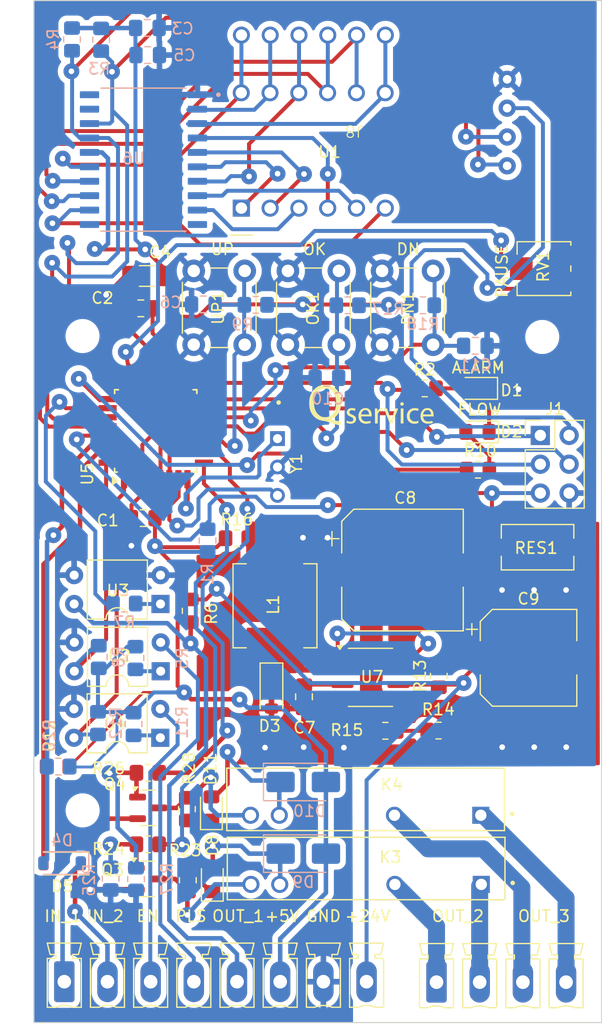
<source format=kicad_pcb>
(kicad_pcb (version 20221018) (generator pcbnew)
  (layers (0 "F.Cu" signal) (31 "B.Cu" signal) (34 "B.Paste" user) (35 "F.Paste" user) (36 "B.SilkS" user "B.Silkscreen") (37 "F.SilkS" user "F.Silkscreen") (38 "B.Mask" user) (39 "F.Mask" user) (44 "Edge.Cuts" user))
  (net 0 "")
  (net 1 "GND")
  (net 2 "+5V")
  (net 3 "Net-(U5-AREF)")
  (net 4 "Net-(J1-Pin_5)")
  (net 5 "Net-(D1-A)")
  (net 6 "Net-(J1-Pin_1)")
  (net 7 "ACTIVATION_LED_PIN")
  (net 8 "Net-(J1-Pin_4)")
  (net 10 "Net-(U5-XTAL1{slash}PB6)")
  (net 11 "Net-(U5-XTAL2{slash}PB7)")
  (net 13 "Net-(U5-PB0)")
  (net 17 "SCL")
  (net 18 "SDA")
  (net 19 "ACTIVATION_PIN")
  (net 20 "FLOW_LED_PIN")
  (net 21 "ALARM_PIN")
  (net 22 "POT_PIN")
  (net 23 "YF_B1_PIN")
  (net 24 "YF_B1_IN")
  (net 25 "Net-(R5-Pad2)")
  (net 26 "ALARM_OUT")
  (net 27 "+24V")
  (net 28 "Net-(R7-Pad2)")
  (net 29 "Net-(D2-A)")
  (net 30 "GREEN_IN")
  (net 31 "Net-(U1-e)")
  (net 32 "Net-(U1-d)")
  (net 33 "Net-(U1-c)")
  (net 34 "Net-(U1-g)")
  (net 35 "Net-(U1-CC4)")
  (net 36 "Net-(U1-b)")
  (net 37 "Net-(U1-CC3)")
  (net 38 "Net-(U1-CC2)")
  (net 39 "Net-(U1-f)")
  (net 40 "Net-(U1-a)")
  (net 41 "Net-(U1-CC1)")
  (net 42 "Net-(U1-DPX)")
  (net 47 "Net-(U7-TC)")
  (net 48 "Net-(D3-K)")
  (net 49 "Net-(U7-DC)")
  (net 50 "Net-(U7-Vfb)")
  (net 51 "Net-(C8-+)")
  (net 52 "Net-(R11-Pad2)")
  (net 53 "Net-(U5-PB2)")
  (net 54 "Net-(U5-PB1)")
  (net 55 "RELAY_1")
  (net 56 "RELAY_2")
  (net 57 "Net-(D8-K)")
  (net 58 "Net-(D8-A)")
  (net 59 "Net-(K3-Pad4)")
  (net 60 "Net-(Q3-Pad1)")
  (net 61 "Net-(D10-K)")
  (net 62 "Net-(D11-K)")
  (net 63 "R1-1")
  (net 64 "R1-2")
  (net 65 "R2-1")
  (net 66 "R2-2")
  (net 67 "Net-(K4-Pad4)")
  (net 68 "Net-(Q4-Pad1)")
  (net 69 "IN_1")
  (net 70 "IN_2")
  (net 71 "Net-(D4-K)")
  (net 72 "Net-(D5-K)")
  (footprint "Resistor_SMD:R_0805_2012Metric_Pad1.20x1.40mm_HandSolder" (layer "F.Cu") (at 61.81 33.08)
    (fp_text reference "R2")
    (fp_text value "1K")
  )
  (footprint "Resistor_SMD:R_0805_2012Metric_Pad1.20x1.40mm_HandSolder" (layer "F.Cu") (at 41.16 52.67 90)
    (fp_text reference "R6")
    (fp_text value "10K")
  )
  (footprint "Display_7Segment:CC56-12GWA" (layer "F.Cu") (at 45.64 17.2 90)
    (fp_text reference "U8" hide)
    (fp_text value " 3641")
  )
  (footprint "Capacitor_SMD:CP_Elec_8x10" (layer "F.Cu") (at 70.97 56.81)
    (fp_text reference "C9")
    (fp_text value "100uF 50V")
  )
  (footprint "Resistor_SMD:R_0805_2012Metric_Pad1.20x1.40mm_HandSolder" (layer "F.Cu") (at 58.34 63.24 180)
    (fp_text reference "R15")
    (fp_text value "3K6")
  )
  (footprint "Capacitor_SMD:C_0805_2012Metric_Pad1.18x1.45mm_HandSolder" (layer "F.Cu") (at 36.9775 44.505)
    (fp_text reference "C1")
    (fp_text value "0.1uF")
  )
  (footprint "Connector_PinHeader_2.54mm:PinHeader_2x03_P2.54mm_Vertical" (layer "F.Cu") (at 72.01 37.22)
    (fp_text reference "J1")
    (fp_text value "Conn_02x03_Top_Bottom" hide)
  )
  (footprint "Button_Switch_THT:SW_PUSH_6mm" (layer "F.Cu") (at 45.93 22.73 -90)
    (fp_text reference "UP1")
    (fp_text value "SW_Push")
  )
  (footprint "Capacitor_SMD:C_1206_3216Metric_Pad1.33x1.80mm_HandSolder" (layer "F.Cu") (at 37.35 23.18)
    (fp_text reference "C4")
    (fp_text value "22uF")
  )
  (footprint "Resistor_SMD:R_0805_2012Metric_Pad1.20x1.40mm_HandSolder" (layer "F.Cu") (at 40.91 76.4 -90)
    (fp_text reference "R23")
    (fp_text value "1K")
  )
  (footprint "LED_SMD:LED_0805_2012Metric_Pad1.15x1.40mm_HandSolder" (layer "F.Cu") (at 66.465 36.91 180)
    (fp_text reference "D2")
    (fp_text value "GREEN")
  )
  (footprint "MountingHole:MountingHole_2.5mm" (layer "F.Cu") (at 72.18 28.55)
    (fp_text reference "H1" hide)
    (fp_text value "MountingHole" hide)
  )
  (footprint "ZTT-4.00MG:XTAL_ZTT-4.00MG" (layer "F.Cu") (at 48.82125 40.005 -90)
    (fp_text reference "Y1")
    (fp_text value "16mHz")
  )
  (footprint "Potentiometer_SMD:Potentiometer_Bourns_3314J_Vertical" (layer "F.Cu") (at 72.33 22.53 -90)
    (fp_text reference "RV1")
    (fp_text value "10K")
  )
  (footprint "Resistor_SMD:R_0805_2012Metric_Pad1.20x1.40mm_HandSolder" (layer "F.Cu") (at 37.375 73.24 180)
    (fp_text reference "R24")
    (fp_text value "10K")
  )
  (footprint "Package_DIP:DIP-4_W7.62mm" (layer "F.Cu") (at 38.484 63.854 180)
    (fp_text reference "U4")
    (fp_text value "EL817" hide)
  )
  (footprint "MountingHole:MountingHole_2.5mm" (layer "F.Cu") (at 72.19 70.33)
    (fp_text reference "H4" hide)
    (fp_text value "MountingHole" hide)
  )
  (footprint "Diode_SMD:D_SOD-123" (layer "F.Cu") (at 29.83 74.93 180)
    (fp_text reference "D5")
    (fp_text value "1N5819WS")
  )
  (footprint "MountingHole:MountingHole_2.5mm" (layer "F.Cu") (at 31.63 70.25)
    (fp_text reference "H3" hide)
    (fp_text value "MountingHole" hide)
  )
  (footprint "Diode_SMD:D_SOD-123" (layer "F.Cu") (at 48.29 59.63 -90)
    (fp_text reference "D3")
    (fp_text value "1N5819WS")
  )
  (footprint "Resistor_SMD:R_0805_2012Metric_Pad1.20x1.40mm_HandSolder" (layer "F.Cu") (at 29.45 66.39 180)
    (fp_text reference "R19")
    (fp_text value "10K")
  )
  (footprint "Resistor_SMD:R_0805_2012Metric_Pad1.20x1.40mm_HandSolder" (layer "F.Cu") (at 66.51 40.24)
    (fp_text reference "R10")
    (fp_text value "1K")
  )
  (footprint "LED_SMD:LED_0805_2012Metric_Pad1.15x1.40mm_HandSolder" (layer "F.Cu") (at 43.07 76.385 90)
    (fp_text reference "D8")
    (fp_text value "RED")
  )
  (footprint "Resistor_SMD:R_0805_2012Metric_Pad1.20x1.40mm_HandSolder" (layer "F.Cu") (at 40.83 70.14 90)
    (fp_text reference "R28")
    (fp_text value "1K")
  )
  (footprint "Resistor_SMD:R_0805_2012Metric_Pad1.20x1.40mm_HandSolder" (layer "F.Cu") (at 63.03 63.22 180)
    (fp_text reference "R14")
    (fp_text value "2K2")
  )
  (footprint "Button_Switch_SMD:SW_Tactile_SPST_NO_Straight_CK_PTS636Sx25SMTRLFS" (layer "F.Cu") (at 71.765 47.07)
    (fp_text reference "RES1")
    (fp_text value "SW_Push")
  )
  (footprint "Package_SO:SOIC-8_3.9x4.9mm_P1.27mm" (layer "F.Cu") (at 57.025 58.535)
    (fp_text reference "U7")
    (fp_text value "MC34063AD")
  )
  (footprint "Package_DIP:DIP-4_W7.62mm" (layer "F.Cu") (at 38.5 52.07 180)
    (fp_text reference "U3")
    (fp_text value "EL817" hide)
  )
  (footprint "LOGO" (layer "F.Cu") (at 57.11 34.55)
    (fp_text reference "G***" hide)
    (fp_text value "LOGO" hide)
  )
  (footprint "Package_QFP:TQFP-32_7x7mm_P0.8mm" (layer "F.Cu") (at 38.08125 36.825 90)
    (fp_text reference "U5")
    (fp_text value "ATmega168PA-A")
  )
  (footprint "Connector_Phoenix_MC:PhoenixContact_MCV_1,5_4-G-3.81_1x04_P3.81mm_Vertical" (layer "F.Cu") (at 62.85 85.38)
    (fp_text reference "J5" hide)
    (fp_text value "Conn_01x04_Socket" hide)
  )
  (footprint "Resistor_SMD:R_0805_2012Metric_Pad1.20x1.40mm_HandSolder" (layer "F.Cu") (at 45.24 46.28)
    (fp_text reference "R16")
    (fp_text value "0R")
  )
  (footprint "Capacitor_SMD:CP_Elec_10x10.5" (layer "F.Cu") (at 59.85 49.08)
    (fp_text reference "C8")
    (fp_text value "470uF 16V")
  )
  (footprint "Resistor_SMD:R_0805_2012Metric_Pad1.20x1.40mm_HandSolder" (layer "F.Cu") (at 37.38 66.94 180)
    (fp_text reference "R26")
    (fp_text value "10K")
  )
  (footprint "Package_TO_SOT_SMD:SOT-23" (layer "F.Cu") (at 37.3025 76.29)
    (fp_text reference "Q3")
    (fp_text value "S8050")
  )
  (footprint "LED_SMD:LED_0805_2012Metric_Pad1.15x1.40mm_HandSolder" (layer "F.Cu") (at 42.99 70.085 90)
    (fp_text reference "D11")
    (fp_text value "RED")
  )
  (footprint "Capacitor_SMD:C_0805_2012Metric_Pad1.18x1.45mm_HandSolder" (layer "F.Cu") (at 51.16 60.2425 90)
    (fp_text reference "C7")
    (fp_text value "470")
  )
  (footprint "G3MB-202PL:RELAY_G3MB-202PL" (layer "F.Cu") (at 56.64 75.37 180)
    (fp_text reference "K3")
    (fp_text value "G3MB-202PL")
  )
  (footprint "Button_Switch_THT:SW_PUSH_6mm" (layer "F.Cu") (at 62.55 22.73 -90)
    (fp_text reference "DN1")
    (fp_text value "SW_Push")
  )
  (footprint "Display:OLED_LCD_128x32" (layer "F.Cu") (at 55.62 9.92 180)
    (fp_text reference "J8")
    (fp_text value "I2C")
  )
  (footprint "G3MB-202PL:RELAY_G3MB-202PL" (layer "F.Cu") (at 56.6 69.28 180)
    (fp_text reference "K4")
    (fp_text value "G3MB-202PL")
  )
  (footprint "MountingHole:MountingHole_2.5mm" (layer "F.Cu") (at 31.62 28.47)
    (fp_text reference "H2" hide)
    (fp_text value "MountingHole" hide)
  )
  (footprint "Package_DIP:DIP-4_W7.62mm" (layer "F.Cu") (at 38.516 57.992 180)
    (fp_text reference "U2")
    (fp_text value "EL817" hide)
  )
  (footprint "Package_TO_SOT_SMD:SOT-23" (layer "F.Cu") (at 37.4125 70.03)
    (fp_text reference "Q4")
    (fp_text value "S8050")
  )
  (footprint "LED_SMD:LED_0805_2012Metric_Pad1.15x1.40mm_HandSolder" (layer "F.Cu") (at 66.375 33.08 180)
    (fp_text reference "D1")
    (fp_text value "RED")
  )
  (footprint "Resistor_SMD:R_0805_2012Metric_Pad1.20x1.40mm_HandSolder" (layer "F.Cu") (at 63.05 58.41 90)
    (fp_text reference "R13")
    (fp_text value ".33R")
  )
  (footprint "Display_7Segment:3631" (layer "F.Cu") (at 46.09 17.205 90)
    (fp_text reference "U1")
    (fp_text value " 3641" hide)
  )
  (footprint "Inductor_SMD:L_7.3x7.3_!!!!!!!" (layer "F.Cu") (at 48.6 52.23 90)
    (fp_text reference "L1")
    (fp_text value "220uH")
  )
  (footprint "Capacitor_SMD:C_0805_2012Metric_Pad1.18x1.45mm_HandSolder" (layer "F.Cu") (at 36.7625 26.03)
    (fp_text reference "C2")
    (fp_text value "0.1uF")
  )
  (footprint "Button_Switch_THT:SW_PUSH_6mm" (layer "F.Cu") (at 54.24 22.73 -90)
    (fp_text reference "OK1")
    (fp_text value "SW_Push")
  )
  (footprint "Connector_Phoenix_MC:PhoenixContact_MCV_1,5_8-G-3.81_1x08_P3.81mm_Vertical" (layer "F.Cu") (at 30.01 85.34)
    (fp_text reference "J2" hide)
    (fp_text value "IN-OUT")
  )
  (footprint "Resistor_SMD:R_0805_2012Metric_Pad1.20x1.40mm_HandSolder" (layer "B.Cu") (at 32.984 62.564 90)
    (fp_text reference "R12")
    (fp_text value "4K7")
  )
  (footprint "Resistor_SMD:R_0805_2012Metric_Pad1.20x1.40mm_HandSolder" (layer "B.Cu") (at 34.1 76.26 90)
    (fp_text reference "R25")
    (fp_text value "10K" hide)
  )
  (footprint "Capacitor_SMD:C_0805_2012Metric_Pad1.18x1.45mm_HandSolder" (layer "B.Cu") (at 53.18 32.15 180)
    (fp_text reference "C10")
    (fp_text value "0.1uF")
  )
  (footprint "Capacitor_SMD:C_0805_2012Metric_Pad1.18x1.45mm_HandSolder" (layer "B.Cu") (at 37.3725 3.72 180)
    (fp_text reference "C5")
    (fp_text value "22uF")
  )
  (footprint "Resistor_SMD:R_0805_2012Metric_Pad1.20x1.40mm_HandSolder" (layer "B.Cu") (at 46.9 25.72 180)
    (fp_text reference "R9")
    (fp_text value "4K7")
  )
  (footprint "Resistor_SMD:R_0805_2012Metric_Pad1.20x1.40mm_HandSolder" (layer "B.Cu") (at 55.01 25.76 180)
    (fp_text reference "R17")
    (fp_text value "4K7")
  )
  (footprint "Resistor_SMD:R_0805_2012Metric_Pad1.20x1.40mm_HandSolder" (layer "B.Cu") (at 36.124 62.644 -90)
    (fp_text reference "R11")
    (fp_text value "150R")
  )
  (footprint "Diode_SMD:D_SMA" (layer "B.Cu") (at 51.0925 67.75)
    (fp_text reference "D10")
    (fp_text value "1N4007")
  )
  (footprint "Resistor_SMD:R_0805_2012Metric_Pad1.20x1.40mm_HandSolder" (layer "B.Cu") (at 29.49 66.39 180)
    (fp_text reference "R20")
    (fp_text value "10K")
  )
  (footprint "TM1637_SOP20:SOIC127P1035X255-20N" (layer "B.Cu") (at 36.995 12.93 180)
    (fp_text reference "U6")
    (fp_text value "TM1637_SOP20")
  )
  (footprint "Resistor_SMD:R_0805_2012Metric_Pad1.20x1.40mm_HandSolder" (layer "B.Cu") (at 36.29 56.83 -90)
    (fp_text reference "R5")
    (fp_text value "150R" hide)
  )
  (footprint "Resistor_SMD:R_0805_2012Metric_Pad1.20x1.40mm_HandSolder" (layer "B.Cu") (at 33.05 56.74 -90)
    (fp_text reference "R8")
    (fp_text value "4K7")
  )
  (footprint "Diode_SMD:D_SOD-123" (layer "B.Cu") (at 29.81 74.89 180)
    (fp_text reference "D4")
    (fp_text value "1N5819WS")
  )
  (footprint "Resistor_SMD:R_0805_2012Metric_Pad1.20x1.40mm_HandSolder" (layer "B.Cu") (at 61.65 25.76)
    (fp_text reference "R18")
    (fp_text value "4K7")
  )
  (footprint "Diode_SMD:D_SMA" (layer "B.Cu") (at 51.1 74.06)
    (fp_text reference "D9")
    (fp_text value "1N4007")
  )
  (footprint "Resistor_SMD:R_0805_2012Metric_Pad1.20x1.40mm_HandSolder" (layer "B.Cu") (at 33.2625 2.37 -90)
    (fp_text reference "R3")
    (fp_text value "4K7")
  )
  (footprint "Resistor_SMD:R_0805_2012Metric_Pad1.20x1.40mm_HandSolder" (layer "B.Cu") (at 42.65 46.48 90)
    (fp_text reference "R1")
    (fp_text value "10K")
  )
  (footprint "Resistor_SMD:R_0805_2012Metric_Pad1.20x1.40mm_HandSolder" (layer "B.Cu") (at 30.6925 2.34 -90)
    (fp_text reference "R4")
    (fp_text value "4K7")
  )
  (footprint "Resistor_SMD:R_0805_2012Metric_Pad1.20x1.40mm_HandSolder" (layer "B.Cu") (at 35.31 52.03)
    (fp_text reference "R7")
    (fp_text value "220R")
  )
  (footprint "Capacitor_SMD:C_0805_2012Metric_Pad1.18x1.45mm_HandSolder" (layer "B.Cu") (at 66.2775 29.33)
    (fp_text reference "C11")
    (fp_text value "0.1uF")
  )
  (footprint "Resistor_SMD:R_0805_2012Metric_Pad1.20x1.40mm_HandSolder" (layer "B.Cu") (at 36.34 76.3 90)
    (fp_text reference "R27")
    (fp_text value "10K")
  )
  (footprint "Capacitor_SMD:C_0805_2012Metric_Pad1.18x1.45mm_HandSolder" (layer "B.Cu") (at 37.34 1.33 180)
    (fp_text reference "C3")
    (fp_text value "0.1uF")
  )
  (footprint "Capacitor_SMD:C_0805_2012Metric_Pad1.18x1.45mm_HandSolder" (layer "B.Cu") (at 42.28 25.68 180)
    (fp_text reference "C6")
    (fp_text value "0.1uF")
  )
  (gr_rect (start 27.32 -1.08) (end 77.42 88.94) (stroke (width 0.1)) (fill none) (layer "Edge.Cuts"))
  (gr_text "IN_2" (at 33.63 80.15) (layer "F.SilkS") (effects (font (size 1 1)) (justify bottom)))
  (gr_text "PLS" (at 41.18 80.15) (layer "F.SilkS") (effects (font (size 1 1)) (justify bottom)))
  (gr_text "IN_1" (at 29.88 80.15) (layer "F.SilkS") (effects (font (size 1 1)) (justify bottom)))
  (gr_text "+5V" (at 49.24 80.15) (layer "F.SilkS") (effects (font (size 1 1)) (justify bottom)))
  (gr_text "OK" (at 50.97 21.41) (layer "F.SilkS") (effects (font (size 1 1)) (justify left bottom)))
  (gr_text "EN" (at 37.37 80.15) (layer "F.SilkS") (effects (font (size 1 1)) (justify bottom)))
  (gr_text "OUT_3" (at 72.33 80.15) (layer "F.SilkS") (effects (font (size 1 1)) (justify bottom)))
  (gr_text "OUT_1" (at 45.35 80.15) (layer "F.SilkS") (effects (font (size 1 1)) (justify bottom)))
  (gr_text "GND" (at 52.89 80.15) (layer "F.SilkS") (effects (font (size 1 1)) (justify bottom)))
  (gr_text "ALARM" (at 64.1 31.84) (layer "F.SilkS") (effects (font (size 1 1)) (justify left bottom)))
  (gr_text "UP" (at 42.84 21.41) (layer "F.SilkS") (effects (font (size 1 1)) (justify left bottom)))
  (gr_text "FLOW" (at 64.61 35.54) (layer "F.SilkS") (effects (font (size 1 1)) (justify left bottom)))
  (gr_text "DN" (at 59.23 21.41) (layer "F.SilkS") (effects (font (size 1 1)) (justify left bottom)))
  (gr_text "OUT_2" (at 64.74 80.15) (layer "F.SilkS") (effects (font (size 1 1)) (justify bottom)))
  (gr_text "+24V" (at 56.78 80.15) (layer "F.SilkS") (effects (font (size 1 1)) (justify bottom)))
  (gr_text "PAUSE" (at 69.21 25.2 90) (layer "F.SilkS") (effects (font (size 1 1)) (justify left bottom)))
  (segment (start 36.9 38.05) (end 37.7 37.25) (width 0.35) (layer "F.Cu") (net 1))
  (segment (start 37.7 29.83) (end 35.725 27.855) (width 0.35) (layer "F.Cu") (net 1))
  (segment (start 35.93 46.94) (end 35.91 46.94) (width 0.4) (layer "F.Cu") (net 1))
  (segment (start 36.9 42.38625) (end 36.9 38.05) (width 0.35) (layer "F.Cu") (net 1))
  (segment (start 35.93 46.92) (end 35.93 46.94) (width 0.4) (layer "F.Cu") (net 1))
  (segment (start 33.96 70.98) (end 36.475 70.98) (width 0.4) (layer "F.Cu") (net 1))
  (segment (start 67.49 36.91) (end 67.49 33.17) (width 0.35) (layer "F.Cu") (net 1))
  (segment (start 70.01 33.08) (end 70.08 33.15) (width 0.35) (layer "F.Cu") (net 1))
  (segment (start 37.7 37.25) (end 37.7 29.83) (width 0.35) (layer "F.Cu") (net 1))
  (segment (start 32.71 76.8) (end 32.71 72.23) (width 0.4) (layer "F.Cu") (net 1))
  (segment (start 35.94 44.505) (end 35.94 46.91) (width 0.4) (layer "F.Cu") (net 1))
  (segment (start 73.68 23.68) (end 72.14 25.22) (width 0.35) (layer "F.Cu") (net 1))
  (segment (start 32.32 77.19) (end 36.315 77.19) (width 0.4) (layer "F.Cu") (net 1))
  (segment (start 35.94 43.34625) (end 36.9 42.38625) (width 0.35) (layer "F.Cu") (net 1))
  (segment (start 72.14 25.22) (end 70.36 25.22) (width 0.35) (layer "F.Cu") (net 1))
  (segment (start 35.94 44.7675) (end 35.94 43.34625) (width 0.35) (layer "F.Cu") (net 1))
  (segment (start 69.05 26.53) (end 69.05 32.12) (width 0.35) (layer "F.Cu") (net 1))
  (segment (start 69.05 32.12) (end 70.08 33.15) (width 0.35) (layer "F.Cu") (net 1))
  (segment (start 70.36 25.22) (end 69.05 26.53) (width 0.35) (layer "F.Cu") (net 1))
  (segment (start 35.725 27.855) (end 35.725 26.03) (width 0.35) (layer "F.Cu") (net 1))
  (segment (start 32.29 77.22) (end 32.32 77.19) (width 0.4) (layer "F.Cu") (net 1))
  (segment (start 38.5 38.05) (end 37.7 37.25) (width 0.35) (layer "F.Cu") (net 1))
  (segment (start 35.94 46.91) (end 35.93 46.92) (width 0.4) (layer "F.Cu") (net 1))
  (segment (start 35.6925 25.3075) (end 35.6925 23.4125) (width 0.35) (layer "F.Cu") (net 1))
  (segment (start 32.71 72.23) (end 33.96 70.98) (width 0.4) (layer "F.Cu") (net 1))
  (segment (start 32.29 77.22) (end 32.71 76.8) (width 0.4) (layer "F.Cu") (net 1))
  (segment (start 33.7 24.84) (end 35.36 23.18) (width 0.35) (layer "F.Cu") (net 1))
  (segment (start 67.4 33.08) (end 70.01 33.08) (width 0.35) (layer "F.Cu") (net 1))
  (segment (start 35.91 46.94) (end 35.93 46.92) (width 0.4) (layer "F.Cu") (net 1))
  (segment (start 38.5 41.095) (end 38.5 38.05) (width 0.35) (layer "F.Cu") (net 1))
  (via (at 71.455 50.84) (size 1.4) (drill 0.5) (layers "F.Cu" "B.Cu") (net 1))
  (via (at 35.93 46.94) (size 1.4) (drill 0.5) (layers "F.Cu" "B.Cu") (net 1))
  (via (at 33.7 24.84) (size 1.4) (drill 0.5) (layers "F.Cu" "B.Cu") (net 1))
  (via (at 53.24 46.23) (size 1.4) (drill 0.5) (layers "F.Cu" "B.Cu") (net 1))
  (via (at 51.07 46.23) (size 1.4) (drill 0.5) (layers "F.Cu" "B.Cu") (net 1))
  (via (at 51.13 64.68) (size 1.4) (drill 0.5) (layers "F.Cu" "B.Cu") (net 1))
  (via (at 54.68 64.72) (size 1.4) (drill 0.5) (layers "F.Cu" "B.Cu") (net 1))
  (via (at 68.645 64.68) (size 1.4) (drill 0.5) (layers "F.Cu" "B.Cu") (net 1))
  (via (at 32.29 77.22) (size 1.4) (drill 0.5) (layers "F.Cu" "B.Cu") (net 1))
  (via (at 74.28 50.84) (size 1.4) (drill 0.5) (layers "F.Cu" "B.Cu") (net 1))
  (via (at 68.63 50.84) (size 1.4) (drill 0.5) (layers "F.Cu" "B.Cu") (net 1))
  (via (at 71.47 64.68) (size 1.4) (drill 0.5) (layers "F.Cu" "B.Cu") (net 1))
  (via (at 47.72 64.72) (size 1.4) (drill 0.5) (layers "F.Cu" "B.Cu") (net 1))
  (via (at 70.08 33.15) (size 1.4) (drill 0.5) (layers "F.Cu" "B.Cu") (net 1))
  (via (at 74.295 64.68) (size 1.4) (drill 0.5) (layers "F.Cu" "B.Cu") (net 1))
  (segment (start 35.93 46.94) (end 35.93 46.96) (width 0.4) (layer "B.Cu") (net 1))
  (segment (start 67.42 24.31) (end 71.43 24.31) (width 0.35) (layer "F.Cu") (net 2))
  (segment (start 38.01 46.97) (end 40.01 48.97) (width 0.35) (layer "F.Cu") (net 2))
  (segment (start 39.18125 28.611301) (end 39.18125 30.68125) (width 0.35) (layer "F.Cu") (net 2))
  (segment (start 45.44 60.46) (end 41.2 60.46) (width 0.4) (layer "F.Cu") (net 2))
  (segment (start 39.3 38.73) (end 39.3 42.225) (width 0.35) (layer "F.Cu") (net 2))
  (segment (start 51.05 25.68) (end 58.63 25.72) (width 0.35) (layer "F.Cu") (net 2))
  (segment (start 41.84 26.77) (end 42.93 25.68) (width 0.35) (layer "F.Cu") (net 2))
  (segment (start 39.3 42.225) (end 38.015 43.51) (width 0.35) (layer "F.Cu") (net 2))
  (segment (start 30.45 66.39) (end 36.98 59.86) (width 0.25) (layer "F.Cu") (net 2))
  (segment (start 41.2 60.46) (end 40.6 59.86) (width 0.4) (layer "F.Cu") (net 2))
  (segment (start 32.7 20.8) (end 32.74 20.84) (width 0.35) (layer "F.Cu") (net 2))
  (segment (start 42.93 25.68) (end 51.05 25.68) (width 0.35) (layer "F.Cu") (net 2))
  (segment (start 45.47 60.49) (end 45.44 60.46) (width 0.4) (layer "F.Cu") (net 2))
  (segment (start 32.74 20.84) (end 37.15 20.84) (width 0.35) (layer "F.Cu") (net 2))
  (segment (start 39.18125 30.68125) (end 40.1 31.6) (width 0.35) (layer "F.Cu") (net 2))
  (segment (start 38.01 46.97) (end 38.11 47.07) (width 0.35) (layer "F.Cu") (net 2))
  (segment (start 38.01 45.217767) (end 37.745 44.952767) (width 0.35) (layer "F.Cu") (net 2))
  (segment (start 40.01 48.97) (end 40.01 59.29) (width 0.35) (layer "F.Cu") (net 2))
  (segment (start 39.1 22.79) (end 39.1 28.53005) (width 0.35) (layer "F.Cu") (net 2))
  (segment (start 39.43 26.77) (end 41.84 26.77) (width 0.35) (layer "F.Cu") (net 2))
  (segment (start 40.1 37.93) (end 39.3 38.73) (width 0.35) (layer "F.Cu") (net 2))
  (segment (start 39.1 28.53005) (end 39.18125 28.611301) (width 0.35) (layer "F.Cu") (net 2))
  (segment (start 37.15 20.84) (end 39.1 22.79) (width 0.35) (layer "F.Cu") (net 2))
  (segment (start 40.6 59.86) (end 40.58 59.86) (width 0.4) (layer "F.Cu") (net 2))
  (segment (start 40.01 59.29) (end 40.58 59.86) (width 0.35) (layer "F.Cu") (net 2))
  (segment (start 37.7 41.095) (end 37.7 43.195) (width 0.35) (layer "F.Cu") (net 2))
  (segment (start 38.015 43.51) (end 38.015 44.505) (width 0.35) (layer "F.Cu") (net 2))
  (segment (start 38.11 47.07) (end 43.45 47.07) (width 0.35) (layer "F.Cu") (net 2))
  (segment (start 43.45 47.07) (end 44.09 46.43) (width 0.35) (layer "F.Cu") (net 2))
  (segment (start 38.01 46.97) (end 38.01 45.217767) (width 0.35) (layer "F.Cu") (net 2))
  (segment (start 38.015 43.51) (end 38.015 44.235) (width 0.35) (layer "F.Cu") (net 2))
  (segment (start 71.43 24.31) (end 74.36 21.38) (width 0.35) (layer "F.Cu") (net 2))
  (segment (start 67.34 24.23) (end 67.42 24.31) (width 0.35) (layer "F.Cu") (net 2))
  (segment (start 40.1 31.6) (end 40.1 37.93) (width 0.35) (layer "F.Cu") (net 2))
  (segment (start 37.7 43.195) (end 38.015 43.51) (width 0.35) (layer "F.Cu") (net 2))
  (segment (start 36.98 59.86) (end 40.58 59.86) (width 0.25) (layer "F.Cu") (net 2))
  (via (at 37.15 20.84) (size 1.4) (drill 0.5) (layers "F.Cu" "B.Cu") (net 2))
  (via (at 58.63 25.72) (size 1.4) (drill 0.5) (layers "F.Cu" "B.Cu") (net 2))
  (via (at 67.34 24.23) (size 1.4) (drill 0.5) (layers "F.Cu" "B.Cu") (net 2))
  (via (at 45.47 60.49) (size 1.4) (drill 0.5) (layers "F.Cu" "B.Cu") (net 2))
  (via (at 51.05 25.68) (size 1.4) (drill 0.5) (layers "F.Cu" "B.Cu") (net 2))
  (via (at 40.58 59.86) (size 1.4) (drill 0.5) (layers "F.Cu" "B.Cu") (net 2))
  (via (at 32.7 20.8) (size 1.4) (drill 0.5) (layers "F.Cu" "B.Cu") (net 2))
  (via (at 38.01 46.97) (size 1.4) (drill 0.5) (layers "F.Cu" "B.Cu") (net 2))
  (segment (start 60.65 22.03) (end 60.65 25.76) (width 0.35) (layer "B.Cu") (net 2))
  (segment (start 73.88 35.64) (end 65.85 35.64) (width 0.35) (layer "B.Cu") (net 2))
  (segment (start 45.47 60.49) (end 46.18 61.2) (width 0.4) (layer "B.Cu") (net 2))
  (segment (start 33.39 20.8) (end 33.87 20.32) (width 0.4) (layer "B.Cu") (net 2))
  (segment (start 49.06 81.55) (end 49.06 85.34) (width 0.4) (layer "B.Cu") (net 2))
  (segment (start 34.66 64.23) (end 34.66 61.594) (width 0.25) (layer "B.Cu") (net 2))
  (segment (start 53.0925 77.5175) (end 49.06 81.55) (width 0.4) (layer "B.Cu") (net 2))
  (segment (start 74.55 36.31) (end 73.88 35.64) (width 0.35) (layer "B.Cu") (net 2))
  (segment (start 70.926 8.396) (end 69.082 8.396) (width 0.35) (layer "B.Cu") (net 2))
  (segment (start 33.05 57.74) (end 33.67 57.74) (width 0.35) (layer "B.Cu") (net 2))
  (segment (start 60.65 25.76) (end 56.23 25.76) (width 0.35) (layer "B.Cu") (net 2))
  (segment (start 72.24 9.71) (end 70.926 8.396) (width 0.35) (layer "B.Cu") (net 2))
  (segment (start 51.05 25.68) (end 51.01 25.68) (width 0.35) (layer "B.Cu") (net 2))
  (segment (start 33.67 57.74) (end 35.58 55.83) (width 0.35) (layer "B.Cu") (net 2))
  (segment (start 49.205635 61.2) (end 53.0925 65.086865) (width 0.4) (layer "B.Cu") (net 2))
  (segment (start 36.29 19.98) (end 36.29 2.07) (width 0.35) (layer "B.Cu") (net 2))
  (segment (start 46.18 61.2) (end 49.205635 61.2) (width 0.4) (layer "B.Cu") (net 2))
  (segment (start 67.34 24.23) (end 68.67 24.23) (width 0.35) (layer "B.Cu") (net 2))
  (segment (start 50.93 25.76) (end 47.91 25.76) (width 0.35) (layer "B.Cu") (net 2))
  (segment (start 65.2 20.9) (end 61.78 20.9) (width 0.35) (layer "B.Cu") (net 2))
  (segment (start 53.0925 65.086865) (end 53.0925 67.75) (width 0.4) (layer "B.Cu") (net 2))
  (segment (start 33.404 61.594) (end 34.66 61.594) (width 0.35) (layer "B.Cu") (net 2))
  (segment (start 32.46 66.43) (end 34.66 64.23) (width 0.25) (layer "B.Cu") (net 2))
  (segment (start 38.01 46.97) (end 38.52 47.48) (width 0.35) (layer "B.Cu") (net 2))
  (segment (start 72.24 20.66) (end 72.24 9.71) (width 0.35) (layer "B.Cu") (net 2))
  (segment (start 51.01 25.68) (end 50.93 25.76) (width 0.35) (layer "B.Cu") (net 2))
  (segment (start 38.52 47.48) (end 42.65 47.48) (width 0.35) (layer "B.Cu") (net 2))
  (segment (start 30.6925 1.34) (end 36.105 1.34) (width 0.4) (layer "B.Cu") (net 2))
  (segment (start 61.78 20.9) (end 60.65 22.03) (width 0.35) (layer "B.Cu") (net 2))
  (segment (start 37.908 59.86) (end 40.58 59.86) (width 0.35) (layer "B.Cu") (net 2))
  (segment (start 35.58 55.83) (end 36.29 55.83) (width 0.35) (layer "B.Cu") (net 2))
  (segment (start 67.34 24.23) (end 67.34 23.04) (width 0.35) (layer "B.Cu") (net 2))
  (segment (start 30.27 66.43) (end 32.46 66.43) (width 0.25) (layer "B.Cu") (net 2))
  (segment (start 33.335 12.295) (end 32.235 12.295) (width 0.4) (layer "B.Cu") (net 2))
  (segment (start 32.984 57.806) (end 32.984 61.564) (width 0.35) (layer "B.Cu") (net 2))
  (segment (start 60.65 30.44) (end 60.65 25.76) (width 0.35) (layer "B.Cu") (net 2))
  (segment (start 32.7 20.8) (end 33.39 20.8) (width 0.4) (layer "B.Cu") (net 2))
  (segment (start 53.0925 67.75) (end 53.0925 77.5175) (width 0.4) (layer "B.Cu") (net 2))
  (segment (start 34.66 61.594) (end 35.804 61.594) (width 0.35) (layer "B.Cu") (net 2))
  (segment (start 33.87 20.32) (end 33.87 12.83) (width 0.4) (layer "B.Cu") (net 2))
  (segment (start 37.15 20.84) (end 36.29 19.98) (width 0.35) (layer "B.Cu") (net 2))
  (segment (start 68.67 24.23) (end 72.24 20.66) (width 0.35) (layer "B.Cu") (net 2))
  (segment (start 67.34 23.04) (end 65.2 20.9) (width 0.35) (layer "B.Cu") (net 2))
  (segment (start 65.85 35.64) (end 60.65 30.44) (width 0.35) (layer "B.Cu") (net 2))
  (segment (start 36.124 61.644) (end 37.908 59.86) (width 0.35) (layer "B.Cu") (net 2))
  (segment (start 33.87 12.83) (end 33.335 12.295) (width 0.4) (layer "B.Cu") (net 2))
  (segment (start 38.48125 32.575) (end 38.48125 28.90125) (width 0.35) (layer "F.Cu") (net 3))
  (segment (start 37.8 28.22) (end 37.8 26.03) (width 0.35) (layer "F.Cu") (net 3))
  (segment (start 38.48125 28.90125) (end 37.8 28.22) (width 0.35) (layer "F.Cu") (net 3))
  (segment (start 55.84 42.3) (end 54.78 43.36) (width 0.35) (layer "F.Cu") (net 4))
  (segment (start 67.74 42.3) (end 55.84 42.3) (width 0.35) (layer "F.Cu") (net 4))
  (segment (start 54.78 43.36) (end 53.26 43.36) (width 0.35) (layer "F.Cu") (net 4))
  (segment (start 31.441 37.245) (end 33.85 37.245) (width 0.35) (layer "F.Cu") (net 4))
  (segment (start 31.114 37.572) (end 31.441 37.245) (width 0.35) (layer "F.Cu") (net 4))
  (segment (start 67.89 46.42) (end 67.89 47.07) (width 0.35) (layer "F.Cu") (net 4))
  (segment (start 67.74 46.27) (end 67.89 46.42) (width 0.35) (layer "F.Cu") (net 4))
  (segment (start 67.74 42.3) (end 67.74 46.27) (width 0.35) (layer "F.Cu") (net 4))
  (via (at 31.114 37.572) (size 1.4) (drill 0.5) (layers "F.Cu" "B.Cu") (net 4))
  (via (at 67.74 42.3) (size 1.4) (drill 0.5) (layers "F.Cu" "B.Cu") (net 4))
  (via (at 53.26 43.36) (size 1.4) (drill 0.5) (layers "F.Cu" "B.Cu") (net 4))
  (segment (start 31.114 38.139) (end 39.375 46.4) (width 0.35) (layer "B.Cu") (net 4))
  (segment (start 46.915 42.615) (end 47.834 43.534) (width 0.35) (layer "B.Cu") (net 4))
  (segment (start 31.114 37.572) (end 31.114 38.139) (width 0.35) (layer "B.Cu") (net 4))
  (segment (start 42.83 44.72) (end 42.83 43.31) (width 0.35) (layer "B.Cu") (net 4))
  (segment (start 39.375 46.4) (end 41.15 46.4) (width 0.35) (layer "B.Cu") (net 4))
  (segment (start 41.15 46.4) (end 42.83 44.72) (width 0.35) (layer "B.Cu") (net 4))
  (segment (start 53.086 43.534) (end 53.26 43.36) (width 0.35) (layer "B.Cu") (net 4))
  (segment (start 42.83 43.31) (end 43.525 42.615) (width 0.35) (layer "B.Cu") (net 4))
  (segment (start 47.834 43.534) (end 53.086 43.534) (width 0.35) (layer "B.Cu") (net 4))
  (segment (start 67.74 42.3) (end 72.01 42.3) (width 0.35) (layer "B.Cu") (net 4))
  (segment (start 43.525 42.615) (end 46.915 42.615) (width 0.35) (layer "B.Cu") (net 4))
  (segment (start 65.35 33.08) (end 62.81 33.08) (width 0.35) (layer "F.Cu") (net 5))
  (segment (start 56.43995 35.27) (end 55.21495 34.045) (width 0.35) (layer "F.Cu") (net 6))
  (segment (start 62.89 37.35) (end 60.81 35.27) (width 0.35) (layer "F.Cu") (net 6))
  (segment (start 60.81 35.27) (end 56.43995 35.27) (width 0.35) (layer "F.Cu") (net 6))
  (segment (start 55.21495 34.045) (end 42.35 34.045) (width 0.35) (layer "F.Cu") (net 6))
  (via (at 62.89 37.35) (size 1.4) (drill 0.5) (layers "F.Cu" "B.Cu") (net 6))
  (segment (start 62.89 37.35) (end 63.96 37.35) (width 0.35) (layer "B.Cu") (net 6))
  (segment (start 64.02 37.29) (end 71.94 37.29) (width 0.35) (layer "B.Cu") (net 6))
  (segment (start 63.96 37.35) (end 64.02 37.29) (width 0.35) (layer "B.Cu") (net 6))
  (segment (start 57.995 32.595) (end 40.9 32.595) (width 0.35) (layer "F.Cu") (net 7))
  (segment (start 58.61 33.21) (end 60.68 33.21) (width 0.35) (layer "F.Cu") (net 7))
  (segment (start 58.53 33.13) (end 58.61 33.21) (width 0.35) (layer "F.Cu") (net 7))
  (segment (start 58.53 33.13) (end 57.995 32.595) (width 0.35) (layer "F.Cu") (net 7))
  (via (at 58.53 33.13) (size 1.4) (drill 0.5) (layers "F.Cu" "B.Cu") (net 7))
  (segment (start 59.8 39.79) (end 72.08 39.79) (width 0.35) (layer "B.Cu") (net 7))
  (segment (start 58.53 33.13) (end 58.53 38.52) (width 0.35) (layer "B.Cu") (net 7))
  (segment (start 58.53 38.52) (end 59.8 39.79) (width 0.35) (layer "B.Cu") (net 7))
  (segment (start 58.626875 36.916875) (end 57.096875 36.916875) (width 0.35) (layer "F.Cu") (net 8))
  (segment (start 60.22 38.51) (end 58.626875 36.916875) (width 0.35) (layer "F.Cu") (net 8))
  (segment (start 57.096875 36.916875) (end 55.025 34.845) (width 0.35) (layer "F.Cu") (net 8))
  (segment (start 55.025 34.845) (end 42.35 34.845) (width 0.35) (layer "F.Cu") (net 8))
  (via (at 60.22 38.51) (size 1.4) (drill 0.5) (layers "F.Cu" "B.Cu") (net 8))
  (segment (start 60.22 38.51) (end 73.34 38.51) (width 0.35) (layer "B.Cu") (net 8))
  (segment (start 73.34 38.51) (end 74.62 39.79) (width 0.35) (layer "B.Cu") (net 8))
  (segment (start 39.98 45.16) (end 39.79 45.16) (width 0.35) (layer "F.Cu") (net 10))
  (segment (start 39.28 44.65) (end 39.28 43.45) (width 0.35) (layer "F.Cu") (net 10))
  (segment (start 39.79 45.16) (end 39.28 44.65) (width 0.35) (layer "F.Cu") (net 10))
  (segment (start 39.28 43.45) (end 40.1 42.63) (width 0.35) (layer "F.Cu") (net 10))
  (segment (start 40.1 42.63) (end 40.1 41.095) (width 0.35) (layer "F.Cu") (net 10))
  (via (at 39.98 45.16) (size 1.4) (drill 0.5) (layers "F.Cu" "B.Cu") (net 10))
  (segment (start 39.98 45.16) (end 41.27919 45.16) (width 0.35) (layer "B.Cu") (net 10))
  (segment (start 48.2175 41.985) (end 48.82125 42.58875) (width 0.35) (layer "B.Cu") (net 10))
  (segment (start 41.85 44.58919) (end 41.85 42.78) (width 0.35) (layer "B.Cu") (net 10))
  (segment (start 41.27919 45.16) (end 41.85 44.58919) (width 0.35) (layer "B.Cu") (net 10))
  (segment (start 42.645 41.985) (end 48.2175 41.985) (width 0.35) (layer "B.Cu") (net 10))
  (segment (start 41.85 42.78) (end 42.645 41.985) (width 0.35) (layer "B.Cu") (net 10))
  (segment (start 40.74 43.665) (end 40.9 43.505) (width 0.35) (layer "F.Cu") (net 11))
  (segment (start 40.9 43.505) (end 40.9 41.095) (width 0.35) (layer "F.Cu") (net 11))
  (via (at 40.74 43.665) (size 1.4) (drill 0.5) (layers "F.Cu" "B.Cu") (net 11))
  (segment (start 40.71 42.39) (end 42.17 40.93) (width 0.35) (layer "B.Cu") (net 11))
  (segment (start 47 40.93) (end 47.22 40.71) (width 0.35) (layer "B.Cu") (net 11))
  (segment (start 47.22 39.10625) (end 48.82125 37.505) (width 0.35) (layer "B.Cu") (net 11))
  (segment (start 42.17 40.93) (end 47 40.93) (width 0.35) (layer "B.Cu") (net 11))
  (segment (start 47.22 40.71) (end 47.22 39.10625) (width 0.35) (layer "B.Cu") (net 11))
  (segment (start 40.74 43.665) (end 40.71 43.635) (width 0.35) (layer "B.Cu") (net 11))
  (segment (start 40.71 43.635) (end 40.71 42.39) (width 0.35) (layer "B.Cu") (net 11))
  (segment (start 45.06 38.15) (end 44.33125 38.15) (width 0.35) (layer "F.Cu") (net 13))
  (segment (start 44.33125 38.15) (end 43.40625 37.225) (width 0.35) (layer "F.Cu") (net 13))
  (segment (start 43.40625 37.225) (end 42.33125 37.225) (width 0.35) (layer "F.Cu") (net 13))
  (via (at 45.06 38.15) (size 1.4) (drill 0.5) (layers "F.Cu" "B.Cu") (net 13))
  (segment (start 45.024 38.114) (end 45.024 30.136) (width 0.35) (layer "B.Cu") (net 13))
  (segment (start 45.88 23.07) (end 45.88 29.18) (width 0.35) (layer "B.Cu") (net 13))
  (segment (start 45.024 30.136) (end 45.59 29.57) (width 0.35) (layer "B.Cu") (net 13))
  (segment (start 45.9 25.72) (end 43.3575 25.72) (width 0.35) (layer "B.Cu") (net 13))
  (segment (start 45.06 38.15) (end 45.024 38.114) (width 0.35) (layer "B.Cu") (net 13))
  (segment (start 27.87 35.69) (end 28.625 36.445) (width 0.35) (layer "F.Cu") (net 17))
  (segment (start 34.25 5.16) (end 38.98 0.43) (width 0.35) (layer "F.Cu") (net 17))
  (segment (start 60.48 0.43) (end 65.45 5.4) (width 0.35) (layer "F.Cu") (net 17))
  (segment (start 38.98 0.43) (end 60.48 0.43) (width 0.35) (layer "F.Cu") (net 17))
  (segment (start 65.45 5.4) (end 65.45 10.91) (width 0.35) (layer "F.Cu") (net 17))
  (segment (start 28.625 36.445) (end 33.85 36.445) (width 0.35) (layer "F.Cu") (net 17))
  (segment (start 28.94 22.02) (end 28.94 25.02) (width 0.35) (layer "F.Cu") (net 17))
  (segment (start 28.94 25.02) (end 27.87 26.09) (width 0.35) (layer "F.Cu") (net 17))
  (segment (start 27.87 26.09) (end 27.87 35.69) (width 0.35) (layer "F.Cu") (net 17))
  (via (at 34.22 5.19) (size 1.4) (drill 0.5) (layers "F.Cu" "B.Cu") (net 17))
  (via (at 65.45 10.91) (size 1.4) (drill 0.5) (layers "F.Cu" "B.Cu") (net 17))
  (via (at 28.94 22.02) (size 1.4) (drill 0.5) (layers "F.Cu" "B.Cu") (net 17))
  (segment (start 34.24 4.3475) (end 33.2625 3.37) (width 0.35) (layer "B.Cu") (net 17))
  (segment (start 34.25 5.67) (end 34.24 5.66) (width 0.35) (layer "B.Cu") (net 17))
  (segment (start 35.56 21.9) (end 35.56 9.919999) (width 0.35) (layer "B.Cu") (net 17))
  (segment (start 34.23 23.23) (end 35.56 21.9) (width 0.35) (layer "B.Cu") (net 17))
  (segment (start 30.15 23.23) (end 34.23 23.23) (width 0.35) (layer "B.Cu") (net 17))
  (segment (start 34.24 5.66) (end 34.24 4.3475) (width 0.35) (layer "B.Cu") (net 17))
  (segment (start 32.235 9.755) (end 34.03 9.755) (width 0.35) (layer "B.Cu") (net 17))
  (segment (start 35.56 9.919999) (end 34.24 8.599999) (width 0.35) (layer "B.Cu") (net 17))
  (segment (start 65.45 10.91) (end 65.476 10.936) (width 0.35) (layer "B.Cu") (net 17))
  (segment (start 34.24 5.68) (end 34.25 5.67) (width 0.35) (layer "B.Cu") (net 17))
  (segment (start 34.24 9.545) (end 34.24 8.599999) (width 0.35) (layer "B.Cu") (net 17))
  (segment (start 34.24 8.599999) (end 34.24 5.68) (width 0.35) (layer "B.Cu") (net 17))
  (segment (start 28.94 22.02) (end 30.15 23.23) (width 0.35) (layer "B.Cu") (net 17))
  (segment (start 65.476 10.936) (end 69.082 10.936) (width 0.35) (layer "B.Cu") (net 17))
  (segment (start 34.03 9.755) (end 34.24 9.545) (width 0.35) (layer "B.Cu") (net 17))
  (segment (start 29.01857 35.73057) (end 33.76443 35.73057) (width 0.35) (layer "F.Cu") (net 18))
  (segment (start 66.55 13.32) (end 66.51 13.36) (width 0.35) (layer "F.Cu") (net 18))
  (segment (start 30.67 5.12) (end 36.15 -0.36) (width 0.35) (layer "F.Cu") (net 18))
  (segment (start 33.76443 35.73057) (end 33.85 35.645) (width 0.35) (layer "F.Cu") (net 18))
  (segment (start 30.43 20.405) (end 30.43 24.97) (width 0.35) (layer "F.Cu") (net 18))
  (segment (start 36.15 -0.36) (end 61.01 -0.36) (width 0.35) (layer "F.Cu") (net 18))
  (segment (start 28.51 35.222) (end 29.01857 35.73057) (width 0.35) (layer "F.Cu") (net 18))
  (segment (start 28.51 26.89) (end 28.51 35.222) (width 0.35) (layer "F.Cu") (net 18))
  (segment (start 61.01 -0.36) (end 66.55 5.18) (width 0.35) (layer "F.Cu") (net 18))
  (segment (start 30.43 24.97) (end 28.51 26.89) (width 0.35) (layer "F.Cu") (net 18))
  (segment (start 30.29 20.265) (end 30.43 20.405) (width 0.35) (layer "F.Cu") (net 18))
  (segment (start 66.55 5.18) (end 66.55 13.32) (width 0.35) (layer "F.Cu") (net 18))
  (via (at 30.29 20.265) (size 1.4) (drill 0.5) (layers "F.Cu" "B.Cu") (net 18))
  (via (at 30.64 5.15) (size 1.4) (drill 0.5) (layers "F.Cu" "B.Cu") (net 18))
  (via (at 66.51 13.36) (size 1.4) (drill 0.5) (layers "F.Cu" "B.Cu") (net 18))
  (segment (start 33.93 11.025) (end 32.235 11.025) (width 0.35) (layer "B.Cu") (net 18))
  (segment (start 30.67 5.63) (end 30.7 5.6) (width 0.35) (layer "B.Cu") (net 18))
  (segment (start 30.7 5.6) (end 30.7 3.885) (width 0.35) (layer "B.Cu") (net 18))
  (segment (start 66.51 13.36) (end 68.966 13.36) (width 0.35) (layer "B.Cu") (net 18))
  (segment (start 32.235 11.025) (end 31.385001 11.025) (width 0.35) (layer "B.Cu") (net 18))
  (segment (start 34.75 11.845) (end 33.93 11.025) (width 0.35) (layer "B.Cu") (net 18))
  (segment (start 34.75 21.11) (end 34.75 11.845) (width 0.35) (layer "B.Cu") (net 18))
  (segment (start 33.81 22.05) (end 34.75 21.11) (width 0.35) (layer "B.Cu") (net 18))
  (segment (start 31.385001 11.025) (end 30.7 10.339999) (width 0.35) (layer "B.Cu") (net 18))
  (segment (start 30.7 5.66) (end 30.67 5.63) (width 0.35) (layer "B.Cu") (net 18))
  (segment (start 30.7 10.339999) (end 30.7 5.66) (width 0.35) (layer "B.Cu") (net 18))
  (segment (start 30.29 21.29) (end 31.05 22.05) (width 0.35) (layer "B.Cu") (net 18))
  (segment (start 30.29 20.265) (end 30.29 21.29) (width 0.35) (layer "B.Cu") (net 18))
  (segment (start 31.05 22.05) (end 33.81 22.05) (width 0.35) (layer "B.Cu") (net 18))
  (segment (start 35.28125 41.075) (end 35.28125 42.29475) (width 0.35) (layer "F.Cu") (net 19))
  (segment (start 34.6325 60.0855) (end 30.864 63.854) (width 0.35) (layer "F.Cu") (net 19))
  (segment (start 34.6325 42.9435) (end 34.6325 60.0855) (width 0.35) (layer "F.Cu") (net 19))
  (segment (start 35.28125 42.29475) (end 34.6325 42.9435) (width 0.35) (layer "F.Cu") (net 19))
  (segment (start 32.984 63.564) (end 31.154 63.564) (width 0.35) (layer "B.Cu") (net 19))
  (segment (start 31.29 32.24) (end 31.29 32.27375) (width 0.35) (layer "F.Cu") (net 20))
  (segment (start 51.38 40.24) (end 65.51 40.24) (width 0.35) (layer "F.Cu") (net 20))
  (segment (start 33.04125 34.025) (end 33.83125 34.025) (width 0.35) (layer "F.Cu") (net 20))
  (segment (start 49.96 38.82) (end 51.38 40.24) (width 0.35) (layer "F.Cu") (net 20))
  (segment (start 46.145 39.834564) (end 47.159564 38.82) (width 0.35) (layer "F.Cu") (net 20))
  (segment (start 31.29 32.27375) (end 33.04125 34.025) (width 0.35) (layer "F.Cu") (net 20))
  (segment (start 47.159564 38.82) (end 49.96 38.82) (width 0.35) (layer "F.Cu") (net 20))
  (via (at 31.29 32.24) (size 1.4) (drill 0.5) (layers "F.Cu" "B.Cu") (net 20))
  (via (at 46.145 39.834564) (size 1.4) (drill 0.5) (layers "F.Cu" "B.Cu") (net 20))
  (segment (start 46.120436 39.81) (end 39.08 39.81) (width 0.35) (layer "B.Cu") (net 20))
  (segment (start 39.08 39.81) (end 31.34 32.07) (width 0.35) (layer "B.Cu") (net 20))
  (segment (start 46.145 39.834564) (end 46.120436 39.81) (width 0.35) (layer "B.Cu") (net 20))
  (segment (start 29.59 34.27) (end 30.145 34.825) (width 0.35) (layer "F.Cu") (net 21))
  (segment (start 30.145 34.825) (end 33.83125 34.825) (width 0.35) (layer "F.Cu") (net 21))
  (via (at 29.59 34.27) (size 1.4) (drill 0.5) (layers "F.Cu" "B.Cu") (net 21))
  (segment (start 32.75 51.18) (end 33.6 52.03) (width 0.35) (layer "B.Cu") (net 21))
  (segment (start 32.75 45.66) (end 32.75 51.18) (width 0.35) (layer "B.Cu") (net 21))
  (segment (start 28.38 41.29) (end 32.75 45.66) (width 0.35) (layer "B.Cu") (net 21))
  (segment (start 33.6 52.03) (end 34.31 52.03) (width 0.35) (layer "B.Cu") (net 21))
  (segment (start 28.38 35.48) (end 28.38 41.29) (width 0.35) (layer "B.Cu") (net 21))
  (segment (start 29.59 34.27) (end 28.38 35.48) (width 0.35) (layer "B.Cu") (net 21))
  (segment (start 36.08125 32.575) (end 36.08125 31.4) (width 0.35) (layer "F.Cu") (net 22))
  (segment (start 35.62 30.93875) (end 35.44 29.87) (width 0.35) (layer "F.Cu") (net 22))
  (segment (start 68.55 20.05) (end 68.55 21.5) (width 0.35) (layer "F.Cu") (net 22))
  (segment (start 36.08125 31.4) (end 35.62 30.93875) (width 0.35) (layer "F.Cu") (net 22))
  (segment (start 68.55 21.5) (end 69.58 22.53) (width 0.35) (layer "F.Cu") (net 22))
  (via (at 35.44 29.87) (size 1.4) (drill 0.5) (layers "F.Cu" "B.Cu") (net 22))
  (via (at 68.55 20.05) (size 1.4) (drill 0.5) (layers "F.Cu" "B.Cu") (net 22))
  (segment (start 38.28 27.13) (end 35.54 29.87) (width 0.35) (layer "B.Cu") (net 22))
  (segment (start 39.93 20.46) (end 38.28 22.11) (width 0.35) (layer "B.Cu") (net 22))
  (segment (start 38.28 22.11) (end 38.28 27.13) (width 0.35) (layer "B.Cu") (net 22))
  (segment (start 52.1 19.21) (end 50.85 20.46) (width 0.35) (layer "B.Cu") (net 22))
  (segment (start 67.71 19.21) (end 52.1 19.21) (width 0.35) (layer "B.Cu") (net 22))
  (segment (start 35.54 29.87) (end 35.44 29.87) (width 0.35) (layer "B.Cu") (net 22))
  (segment (start 68.55 20.05) (end 67.71 19.21) (width 0.35) (layer "B.Cu") (net 22))
  (segment (start 50.85 20.46) (end 39.93 20.46) (width 0.35) (layer "B.Cu") (net 22))
  (segment (start 33.7 55.188) (end 30.896 57.992) (width 0.35) (layer "F.Cu") (net 23))
  (segment (start 33.7 39.75625) (end 33.7 55.188) (width 0.35) (layer "F.Cu") (net 23))
  (segment (start 33.83125 39.625) (end 33.7 39.75625) (width 0.35) (layer "F.Cu") (net 23))
  (segment (start 30.92 57.54) (end 32.72 55.74) (width 0.35) (layer "B.Cu") (net 23))
  (segment (start 38.48 67.3) (end 41.8 63.98) (width 0.35) (layer "B.Cu") (net 24))
  (segment (start 41.8 58.736) (end 38.516 55.452) (width 0.35) (layer "B.Cu") (net 24))
  (segment (start 41.44 83.24) (end 38.48 80.28) (width 0.35) (layer "B.Cu") (net 24))
  (segment (start 41.8 63.98) (end 41.8 58.736) (width 0.35) (layer "B.Cu") (net 24))
  (segment (start 38.48 80.28) (end 38.48 67.3) (width 0.35) (layer "B.Cu") (net 24))
  (segment (start 41.44 85.34) (end 41.44 83.24) (width 0.35) (layer "B.Cu") (net 24))
  (segment (start 38.516 57.992) (end 36.452 57.992) (width 0.35) (layer "B.Cu") (net 25))
  (segment (start 41.16 53.67) (end 41.16 55.54) (width 0.4) (layer "F.Cu") (net 26))
  (segment (start 41.16 55.54) (end 41.15 55.55) (width 0.4) (layer "F.Cu") (net 26))
  (via (at 41.15 55.55) (size 1.4) (drill 0.5) (layers "F.Cu" "B.Cu") (net 26))
  (segment (start 30.88 52.07) (end 32.57 53.76) (width 0.4) (layer "B.Cu") (net 26))
  (segment (start 39.11 53.76) (end 40.69 55.34) (width 0.4) (layer "B.Cu") (net 26))
  (segment (start 45.25 82.91) (end 45.25 85.34) (width 0.4) (layer "B.Cu") (net 26))
  (segment (start 42.51 56.91) (end 42.51 64.84) (width 0.4) (layer "B.Cu") (net 26))
  (segment (start 41.15 55.55) (end 42.51 56.91) (width 0.4) (layer "B.Cu") (net 26))
  (segment (start 39.28 79.9) (end 40.9 81.52) (width 0.4) (layer "B.Cu") (net 26))
  (segment (start 40.9 81.52) (end 43.86 81.52) (width 0.4) (layer "B.Cu") (net 26))
  (segment (start 32.57 53.76) (end 39.11 53.76) (width 0.4) (layer "B.Cu") (net 26))
  (segment (start 41.15 55.34) (end 41.15 55.55) (width 0.4) (layer "B.Cu") (net 26))
  (segment (start 43.86 81.52) (end 45.25 82.91) (width 0.4) (layer "B.Cu") (net 26))
  (segment (start 39.28 68.07) (end 39.28 79.9) (width 0.4) (layer "B.Cu") (net 26))
  (segment (start 42.51 64.84) (end 39.28 68.07) (width 0.4) (layer "B.Cu") (net 26))
  (segment (start 40.69 55.34) (end 41.15 55.34) (width 0.4) (layer "B.Cu") (net 26))
  (segment (start 64.66 59.17) (end 66.8 57.03) (width 0.35) (layer "F.Cu") (net 27))
  (segment (start 59.5 59.17) (end 64.66 59.17) (width 0.35) (layer "F.Cu") (net 27))
  (segment (start 42.52 51.67) (end 43.46 50.73) (width 0.35) (layer "F.Cu") (net 27))
  (segment (start 41.16 51.67) (end 42.52 51.67) (width 0.35) (layer "F.Cu") (net 27))
  (via (at 43.46 50.73) (size 1.4) (drill 0.5) (layers "F.Cu" "B.Cu") (net 27))
  (via (at 65.24 59.03) (size 1.4) (drill 0.5) (layers "F.Cu" "B.Cu") (net 27))
  (segment (start 65.24 59.03) (end 51.71 59.03) (width 0.35) (layer "B.Cu") (net 27))
  (segment (start 51.71 59.03) (end 43.45 50.77) (width 0.35) (layer "B.Cu") (net 27))
  (segment (start 43.45 50.77) (end 43.46 50.73) (width 0.35) (layer "B.Cu") (net 27))
  (segment (start 56.68 67.59) (end 56.68 85.34) (width 0.35) (layer "B.Cu") (net 27))
  (segment (start 65.24 59.03) (end 56.68 67.59) (width 0.35) (layer "B.Cu") (net 27))
  (segment (start 38.5 52.07) (end 36.55 52.07) (width 0.35) (layer "B.Cu") (net 28))
  (segment (start 67.51 38.98) (end 67.51 40.24) (width 0.35) (layer "F.Cu") (net 29))
  (segment (start 65.44 36.91) (end 67.51 38.98) (width 0.35) (layer "F.Cu") (net 29))
  (segment (start 37.6 85.31) (end 37.6 66.874365) (width 0.35) (layer "B.Cu") (net 30))
  (segment (start 40.01 62.84) (end 38.484 61.314) (width 0.35) (layer "B.Cu") (net 30))
  (segment (start 40.01 64.464365) (end 40.01 62.84) (width 0.35) (layer "B.Cu") (net 30))
  (segment (start 37.6 66.874365) (end 40.01 64.464365) (width 0.35) (layer "B.Cu") (net 30))
  (segment (start 48.67 14.17) (end 45.64 17.2) (width 0.35) (layer "F.Cu") (net 31))
  (segment (start 48.83 14.17) (end 48.67 14.17) (width 0.35) (layer "F.Cu") (net 31))
  (via (at 48.83 14.17) (size 1.4) (drill 0.5) (layers "F.Cu" "B.Cu") (net 31))
  (segment (start 48.83 14.17) (end 47.82 13.16) (width 0.35) (layer "B.Cu") (net 31))
  (segment (start 44.23 13.16) (end 43.825 13.565) (width 0.35) (layer "B.Cu") (net 31))
  (segment (start 43.825 13.565) (end 41.755 13.565) (width 0.35) (layer "B.Cu") (net 31))
  (segment (start 47.82 13.16) (end 44.23 13.16) (width 0.35) (layer "B.Cu") (net 31))
  (segment (start 51.16 14.2) (end 51.16 14.32) (width 0.35) (layer "F.Cu") (net 32))
  (segment (start 51.16 14.32) (end 48.28 17.2) (width 0.35) (layer "F.Cu") (net 32))
  (via (at 51.16 14.2) (size 1.4) (drill 0.5) (layers "F.Cu" "B.Cu") (net 32))
  (segment (start 49.175 12.295) (end 41.755 12.295) (width 0.35) (layer "B.Cu") (net 32))
  (segment (start 51.08 14.2) (end 49.175 12.295) (width 0.35) (layer "B.Cu") (net 32))
  (segment (start 51.16 14.2) (end 51.08 14.2) (width 0.35) (layer "B.Cu") (net 32))
  (segment (start 53.26 14.19) (end 53.26 17.2) (width 0.35) (layer "F.Cu") (net 33))
  (via (at 53.26 14.19) (size 1.4) (drill 0.5) (layers "F.Cu" "B.Cu") (net 33))
  (segment (start 51.925 11.025) (end 41.755 11.025) (width 0.35) (layer "B.Cu") (net 33))
  (segment (start 53.26 12.36) (end 51.925 11.025) (width 0.35) (layer "B.Cu") (net 33))
  (segment (start 53.26 14.19) (end 53.26 12.36) (width 0.35) (layer "B.Cu") (net 33))
  (segment (start 44.39 15.67) (end 43.955 16.105) (width 0.35) (layer "B.Cu") (net 34))
  (segment (start 54.2475 15.67) (end 44.39 15.67) (width 0.35) (layer "B.Cu") (net 34))
  (segment (start 43.955 16.105) (end 41.755 16.105) (width 0.35) (layer "B.Cu") (net 34))
  (segment (start 55.7825 17.205) (end 54.2475 15.67) (width 0.35) (layer "B.Cu") (net 34))
  (segment (start 28.965 18.535) (end 40.115 18.535) (width 0.35) (layer "F.Cu") (net 35))
  (segment (start 55.13 20.41) (end 58.34 17.2) (width 0.35) (layer "F.Cu") (net 35))
  (segment (start 41.99 20.41) (end 55.13 20.41) (width 0.35) (layer "F.Cu") (net 35))
  (segment (start 40.115 18.535) (end 41.99 20.41) (width 0.35) (layer "F.Cu") (net 35))
  (via (at 28.965 18.535) (size 1.4) (drill 0.5) (layers "F.Cu" "B.Cu") (net 35))
  (segment (start 29.385001 18.535) (end 30.535001 17.385) (width 0.35) (layer "B.Cu") (net 35))
  (segment (start 30.535001 17.385) (end 31.385 17.385) (width 0.35) (layer "B.Cu") (net 35))
  (segment (start 28.965 18.535) (end 29.385001 18.535) (width 0.35) (layer "B.Cu") (net 35))
  (segment (start 55.695 9.785) (end 40.925 9.785) (width 0.35) (layer "B.Cu") (net 36))
  (segment (start 58.34 7.14) (end 55.695 9.785) (width 0.35) (layer "B.Cu") (net 36))
  (segment (start 58.34 7.14) (end 58.34 2.115) (width 0.35) (layer "B.Cu") (net 36))
  (segment (start 29.073629 10.415) (end 37.625 10.415) (width 0.35) (layer "F.Cu") (net 37))
  (segment (start 53.635 4.31) (end 55.95 1.995) (width 0.35) (layer "F.Cu") (net 37))
  (segment (start 28.905 16.595) (end 27.635 15.325) (width 0.35) (layer "F.Cu") (net 37))
  (segment (start 37.625 10.415) (end 43.73 4.31) (width 0.35) (layer "F.Cu") (net 37))
  (segment (start 43.73 4.31) (end 53.635 4.31) (width 0.35) (layer "F.Cu") (net 37))
  (segment (start 27.635 15.325) (end 27.635 11.853629) (width 0.35) (layer "F.Cu") (net 37))
  (segment (start 27.635 11.853629) (end 29.073629 10.415) (width 0.35) (layer "F.Cu") (net 37))
  (via (at 28.905 16.595) (size 1.4) (drill 0.5) (layers "F.Cu" "B.Cu") (net 37))
  (segment (start 55.8 7.14) (end 55.8 2.115) (width 0.35) (layer "B.Cu") (net 37))
  (segment (start 28.905 16.595) (end 29.940158 16.595) (width 0.35) (layer "B.Cu") (net 37))
  (segment (start 29.940158 16.595) (end 30.420158 16.115) (width 0.35) (layer "B.Cu") (net 37))
  (segment (start 30.420158 16.115) (end 31.385 16.115) (width 0.35) (layer "B.Cu") (net 37))
  (segment (start 44.4 5.38) (end 51.5 5.38) (width 0.35) (layer "F.Cu") (net 38))
  (segment (start 29.015262 14.82168) (end 28.435 14.241418) (width 0.35) (layer "F.Cu") (net 38))
  (segment (start 28.435 14.241418) (end 28.435 12.185) (width 0.35) (layer "F.Cu") (net 38))
  (segment (start 28.435 12.185) (end 29.08 11.54) (width 0.35) (layer "F.Cu") (net 38))
  (segment (start 38.24 11.54) (end 44.4 5.38) (width 0.35) (layer "F.Cu") (net 38))
  (segment (start 51.5 5.38) (end 53.26 7.14) (width 0.35) (layer "F.Cu") (net 38))
  (segment (start 29.08 11.54) (end 38.24 11.54) (width 0.35) (layer "F.Cu") (net 38))
  (via (at 28.990617 14.797035) (size 1.4) (drill 0.5) (layers "F.Cu" "B.Cu") (net 38))
  (segment (start 29.726693 14.835) (end 32.235 14.835) (width 0.35) (layer "B.Cu") (net 38))
  (segment (start 53.26 7.14) (end 53.26 2.115) (width 0.35) (layer "B.Cu") (net 38))
  (segment (start 46.31 14.41) (end 46.31 11.55) (width 0.35) (layer "F.Cu") (net 39))
  (segment (start 46.31 11.55) (end 50.72 7.14) (width 0.35) (layer "F.Cu") (net 39))
  (via (at 46.31 14.41) (size 1.4) (drill 0.5) (layers "F.Cu" "B.Cu") (net 39))
  (segment (start 44.72 14.38) (end 44.245 14.855) (width 0.35) (layer "B.Cu") (net 39))
  (segment (start 50.72 7.14) (end 50.72 2.115) (width 0.35) (layer "B.Cu") (net 39))
  (segment (start 46.28 14.38) (end 44.72 14.38) (width 0.35) (layer "B.Cu") (net 39))
  (segment (start 44.245 14.855) (end 41.775 14.855) (width 0.35) (layer "B.Cu") (net 39))
  (segment (start 46.31 14.41) (end 46.28 14.38) (width 0.35) (layer "B.Cu") (net 39))
  (segment (start 40.95 8.54) (end 46.78 8.54) (width 0.35) (layer "B.Cu") (net 40))
  (segment (start 48.18 7.14) (end 48.18 2.115) (width 0.35) (layer "B.Cu") (net 40))
  (segment (start 46.78 8.54) (end 48.18 7.14) (width 0.35) (layer "B.Cu") (net 40))
  (segment (start 29.875 12.84) (end 30.415 13.38) (width 0.35) (layer "F.Cu") (net 41))
  (segment (start 30.415 13.38) (end 39.4 13.38) (width 0.35) (layer "F.Cu") (net 41))
  (segment (start 39.4 13.38) (end 45.64 7.14) (width 0.35) (layer "F.Cu") (net 41))
  (via (at 29.875 12.84) (size 1.4) (drill 0.5) (layers "F.Cu" "B.Cu") (net 41))
  (segment (start 30.6 13.565) (end 32.235 13.565) (width 0.35) (layer "B.Cu") (net 41))
  (segment (start 29.875 12.84) (end 30.6 13.565) (width 0.35) (layer "B.Cu") (net 41))
  (segment (start 45.64 7.14) (end 45.64 2.115) (width 0.35) (layer "B.Cu") (net 41))
  (segment (start 43.155 17.375) (end 44.84 19.06) (width 0.35) (layer "B.Cu") (net 42))
  (segment (start 41.755 17.375) (end 43.155 17.375) (width 0.35) (layer "B.Cu") (net 42))
  (segment (start 44.84 19.06) (end 48.8475 19.06) (width 0.35) (layer "B.Cu") (net 42))
  (segment (start 48.8475 19.06) (end 50.7025 17.205) (width 0.35) (layer "B.Cu") (net 42))
  (segment (start 54.55 59.17) (end 51.285 59.17) (width 0.35) (layer "F.Cu") (net 47))
  (segment (start 54.55 57.9) (end 48.46 57.9) (width 0.35) (layer "F.Cu") (net 48))
  (segment (start 48.29 58.07) (end 48.29 56.22) (width 0.35) (layer "F.Cu") (net 48))
  (segment (start 60.98 57.9) (end 61.31 57.57) (width 0.35) (layer "F.Cu") (net 49))
  (segment (start 59.5 56.63) (end 60.86 56.63) (width 0.35) (layer "F.Cu") (net 49))
  (segment (start 61.31 57.57) (end 63.07 57.57) (width 0.35) (layer "F.Cu") (net 49))
  (segment (start 59.5 57.9) (end 60.98 57.9) (width 0.35) (layer "F.Cu") (net 49))
  (segment (start 59.5 56.63) (end 59.5 57.9) (width 0.35) (layer "F.Cu") (net 49))
  (segment (start 54.55 56.63) (end 54.16 56.24) (width 0.35) (layer "F.Cu") (net 49))
  (segment (start 61.93 55.56) (end 62.12 55.56) (width 0.35) (layer "F.Cu") (net 49))
  (segment (start 60.86 56.63) (end 61.93 55.56) (width 0.35) (layer "F.Cu") (net 49))
  (segment (start 62.12 55.37) (end 62.06 55.43) (width 0.35) (layer "F.Cu") (net 49))
  (segment (start 62.12 55.56) (end 62.12 55.37) (width 0.35) (layer "F.Cu") (net 49))
  (segment (start 54.16 56.24) (end 54.1 54.67) (width 0.35) (layer "F.Cu") (net 49))
  (via (at 54.1 54.67) (size 1.4) (drill 0.5) (layers "F.Cu" "B.Cu") (net 49))
  (via (at 62.12 55.56) (size 1.4) (drill 0.5) (layers "F.Cu" "B.Cu") (net 49))
  (segment (start 61.23 54.67) (end 62.12 55.56) (width 0.35) (layer "B.Cu") (net 49))
  (segment (start 54.1 54.67) (end 61.23 54.67) (width 0.35) (layer "B.Cu") (net 49))
  (segment (start 59.34 63.24) (end 61.86 63.24) (width 0.35) (layer "F.Cu") (net 50))
  (segment (start 59.5 63.08) (end 59.5 60.44) (width 0.35) (layer "F.Cu") (net 50))
  (segment (start 48.6 49.03) (end 55.6 49.03) (width 0.35) (layer "F.Cu") (net 51))
  (segment (start 48.6 49.03) (end 48.6 45.22) (width 0.35) (layer "F.Cu") (net 51))
  (segment (start 35.854 63.644) (end 38.274 63.644) (width 0.35) (layer "B.Cu") (net 52))
  (segment (start 60.76 29.23) (end 62.55 29.23) (width 0.35) (layer "F.Cu") (net 53))
  (segment (start 46.175 35.625) (end 42.33125 35.625) (width 0.35) (layer "F.Cu") (net 53))
  (segment (start 48.894 31.222) (end 58.768 31.222) (width 0.35) (layer "F.Cu") (net 53))
  (segment (start 58.768 31.222) (end 60.76 29.23) (width 0.35) (layer "F.Cu") (net 53))
  (segment (start 46.47 35.92) (end 46.175 35.625) (width 0.35) (layer "F.Cu") (net 53))
  (segment (start 48.64 31.476) (end 48.894 31.222) (width 0.35) (layer "F.Cu") (net 53))
  (via (at 48.64 31.476) (size 1.4) (drill 0.5) (layers "F.Cu" "B.Cu") (net 53))
  (via (at 46.47 35.92) (size 1.4) (drill 0.5) (layers "F.Cu" "B.Cu") (net 53))
  (segment (start 62.68 22.86) (end 62.68 29.57) (width 0.35) (layer "B.Cu") (net 53))
  (segment (start 65.24 29.33) (end 62.65 29.33) (width 0.35) (layer "B.Cu") (net 53))
  (segment (start 46.47 35.06) (end 46.47 35.92) (width 0.35) (layer "B.Cu") (net 53))
  (segment (start 48.64 32.89) (end 46.47 35.06) (width 0.35) (layer "B.Cu") (net 53))
  (segment (start 48.64 31.476) (end 48.64 32.89) (width 0.35) (layer "B.Cu") (net 53))
  (segment (start 47.911 36.015) (end 46.862 37.064) (width 0.35) (layer "F.Cu") (net 54))
  (segment (start 52.12125 36.015) (end 47.911 36.015) (width 0.35) (layer "F.Cu") (net 54))
  (segment (start 45.904 37.064) (end 45.265 36.425) (width 0.35) (layer "F.Cu") (net 54))
  (segment (start 53.13 37.02375) (end 52.12125 36.015) (width 0.35) (layer "F.Cu") (net 54))
  (segment (start 46.862 37.064) (end 45.904 37.064) (width 0.35) (layer "F.Cu") (net 54))
  (segment (start 45.265 36.425) (end 42.33125 36.425) (width 0.35) (layer "F.Cu") (net 54))
  (segment (start 53.13 37.48) (end 53.13 37.02375) (width 0.35) (layer "F.Cu") (net 54))
  (via (at 53.13 37.48) (size 1.4) (drill 0.5) (layers "F.Cu" "B.Cu") (net 54))
  (segment (start 54.07 36.54) (end 54.07 22.9) (width 0.35) (layer "B.Cu") (net 54))
  (segment (start 53.13 37.48) (end 54.07 36.54) (width 0.35) (layer "B.Cu") (net 54))
  (segment (start 44.36 43.78) (end 44.36 43.5) (width 0.35) (layer "F.Cu") (net 55))
  (segment (start 40.39 73.24) (end 40.4 73.25) (width 0.4) (layer "F.Cu") (net 55))
  (segment (start 44.36 43.5) (end 42.33125 41.47125) (width 0.35) (layer "F.Cu") (net 55))
  (segment (start 38.375 73.24) (end 40.39 73.24) (width 0.4) (layer "F.Cu") (net 55))
  (segment (start 42.33125 41.47125) (end 42.33125 39.625) (width 0.35) (layer "F.Cu") (net 55))
  (via (at 44.36 43.78) (size 1.4) (drill 0.5) (layers "F.Cu" "B.Cu") (net 55))
  (via (at 40.4 73.25) (size 1.4) (drill 0.5) (layers "F.Cu" "B.Cu") (net 55))
  (segment (start 43.32 55.877818) (end 43.32 65.37) (width 0.35) (layer "B.Cu") (net 55))
  (segment (start 41.61 50.21081) (end 41.61 54.167818) (width 0.35) (layer "B.Cu") (net 55))
  (segment (start 41.61 54.167818) (end 43.32 55.877818) (width 0.35) (layer "B.Cu") (net 55))
  (segment (start 44.36 43.78) (end 44.36 47.46081) (width 0.35) (layer "B.Cu") (net 55))
  (segment (start 40.4 68.29) (end 40.4 73.25) (width 0.35) (layer "B.Cu") (net 55))
  (segment (start 44.36 47.46081) (end 41.61 50.21081) (width 0.35) (layer "B.Cu") (net 55))
  (segment (start 43.32 65.37) (end 40.4 68.29) (width 0.35) (layer "B.Cu") (net 55))
  (segment (start 40.92 66.94) (end 38.38 66.94) (width 0.4) (layer "F.Cu") (net 56))
  (segment (start 43.615 38.825) (end 42.33125 38.825) (width 0.35) (layer "F.Cu") (net 56))
  (segment (start 44.62 39.83) (end 43.615 38.825) (width 0.35) (layer "F.Cu") (net 56))
  (segment (start 44.395 63.465) (end 40.92 66.94) (width 0.4) (layer "F.Cu") (net 56))
  (segment (start 46.16 42.68) (end 44.62 41.14) (width 0.35) (layer "F.Cu") (net 56))
  (segment (start 46.16 43.69) (end 46.16 42.68) (width 0.35) (layer "F.Cu") (net 56))
  (segment (start 44.395 63.22) (end 44.395 63.465) (width 0.4) (layer "F.Cu") (net 56))
  (segment (start 44.62 41.14) (end 44.62 39.83) (width 0.35) (layer "F.Cu") (net 56))
  (via (at 46.16 43.69) (size 1.4) (drill 0.5) (layers "F.Cu" "B.Cu") (net 56))
  (via (at 44.395 63.22) (size 1.4) (drill 0.5) (layers "F.Cu" "B.Cu") (net 56))
  (segment (start 42.217571 50.452149) (end 46.16 46.50972) (width 0.35) (layer "B.Cu") (net 56))
  (segment (start 44.395 63.22) (end 43.98 62.805) (width 0.35) (layer "B.Cu") (net 56))
  (segment (start 42.217571 53.777571) (end 42.217571 50.452149) (width 0.35) (layer "B.Cu") (net 56))
  (segment (start 46.16 46.50972) (end 46.16 43.69) (width 0.35) (layer "B.Cu") (net 56))
  (segment (start 43.98 62.805) (end 43.98 55.54) (width 0.35) (layer "B.Cu") (net 56))
  (segment (start 43.98 55.54) (end 42.217571 53.777571) (width 0.35) (layer "B.Cu") (net 56))
  (segment (start 42.92 77.41) (end 40.91 75.4) (width 0.4) (layer "F.Cu") (net 57))
  (segment (start 43.11 73.39) (end 43.11 75.32) (width 0.4) (layer "F.Cu") (net 58))
  (via (at 43.11 73.39) (size 1.4) (drill 0.5) (layers "F.Cu" "B.Cu") (net 58))
  (segment (start 49.06 76.73) (end 49.06 74.06) (width 0.4) (layer "B.Cu") (net 58))
  (segment (start 49.06 74.06) (end 46.31 74.06) (width 0.4) (layer "B.Cu") (net 58))
  (segment (start 45.62 73.37) (end 43.13 73.37) (width 0.4) (layer "B.Cu") (net 58))
  (segment (start 43.13 73.37) (end 43.11 73.39) (width 0.4) (layer "B.Cu") (net 58))
  (segment (start 46.31 74.06) (end 45.62 73.37) (width 0.4) (layer "B.Cu") (net 58))
  (segment (start 38.24 76.29) (end 39.8 76.29) (width 0.4) (layer "F.Cu") (net 59))
  (segment (start 40.87 79.46) (end 40.87 77.44) (width 0.4) (layer "F.Cu") (net 59))
  (segment (start 39.8 76.29) (end 40.91 77.4) (width 0.4) (layer "F.Cu") (net 59))
  (via (at 40.87 79.46) (size 1.4) (drill 0.5) (layers "F.Cu" "B.Cu") (net 59))
  (segment (start 43.29 76.77) (end 40.87 79.46) (width 0.4) (layer "B.Cu") (net 59))
  (segment (start 46.48 76.77) (end 43.29 76.77) (width 0.4) (layer "B.Cu") (net 59))
  (segment (start 36.375 73.24) (end 36.375 75.33) (width 0.4) (layer "F.Cu") (net 60))
  (segment (start 36.375 73.24) (end 34.1 73.24) (width 0.4) (layer "F.Cu") (net 60))
  (via (at 34.1 73.24) (size 1.4) (drill 0.5) (layers "F.Cu" "B.Cu") (net 60))
  (segment (start 34.1 73.24) (end 34.1 74.97) (width 0.4) (layer "B.Cu") (net 60))
  (segment (start 44.41 65.1) (end 44.41 67.91) (width 0.4) (layer "F.Cu") (net 61))
  (segment (start 44.41 67.91) (end 43.26 69.06) (width 0.4) (layer "F.Cu") (net 61))
  (via (at 44.41 65.1) (size 1.4) (drill 0.5) (layers "F.Cu" "B.Cu") (net 61))
  (segment (start 46.51 67.62) (end 48.9625 67.62) (width 0.4) (layer "B.Cu") (net 61))
  (segment (start 44.41 65.52) (end 46.51 67.62) (width 0.4) (layer "B.Cu") (net 61))
  (segment (start 44.41 65.1) (end 44.41 65.52) (width 0.4) (layer "B.Cu") (net 61))
  (segment (start 48.98 67.6375) (end 48.98 70.68) (width 0.4) (layer "B.Cu") (net 61))
  (segment (start 40.83 71.14) (end 42.96 71.14) (width 0.4) (layer "F.Cu") (net 62))
  (segment (start 66.66 76.91) (end 66.8 76.77) (width 1.5) (layer "B.Cu") (net 63))
  (segment (start 66.66 85.38) (end 66.66 76.91) (width 1.5) (layer "B.Cu") (net 63))
  (segment (start 62.85 85.38) (end 62.85 80.44) (width 1.5) (layer "B.Cu") (net 64))
  (segment (start 62.85 80.44) (end 59.18 76.77) (width 1.5) (layer "B.Cu") (net 64))
  (segment (start 66.99 70.68) (end 74.28 77.97) (width 1.5) (layer "B.Cu") (net 65))
  (segment (start 74.28 77.97) (end 74.28 85.38) (width 1.5) (layer "B.Cu") (net 65))
  (segment (start 66.76 70.68) (end 66.99 70.68) (width 1.5) (layer "B.Cu") (net 65))
  (segment (start 59.14 70.68) (end 62.1 73.64) (width 1.5) (layer "B.Cu") (net 66))
  (segment (start 62.1 73.64) (end 66.98 73.64) (width 1.5) (layer "B.Cu") (net 66))
  (segment (start 66.98 73.64) (end 70.38 77.04) (width 1.5) (layer "B.Cu") (net 66))
  (segment (start 70.38 77.04) (end 70.38 85.29) (width 1.5) (layer "B.Cu") (net 66))
  (segment (start 40.83 69.14) (end 39.94 70.03) (width 0.4) (layer "F.Cu") (net 67))
  (segment (start 42.93 67.34) (end 41.323834 68.946166) (width 0.4) (layer "F.Cu") (net 67))
  (segment (start 39.94 70.03) (end 38.35 70.03) (width 0.4) (layer "F.Cu") (net 67))
  (via (at 42.93 67.34) (size 1.4) (drill 0.5) (layers "F.Cu" "B.Cu") (net 67))
  (segment (start 42.93 67.34) (end 42.93 70.07) (width 0.4) (layer "B.Cu") (net 67))
  (segment (start 43.54 70.68) (end 46.44 70.68) (width 0.4) (layer "B.Cu") (net 67))
  (segment (start 42.93 70.07) (end 43.54 70.68) (width 0.4) (layer "B.Cu") (net 67))
  (segment (start 33.99 66.97) (end 34.03 66.94) (width 0.4) (layer "F.Cu") (net 68))
  (segment (start 34.03 66.94) (end 34.06 66.94) (width 0.4) (layer "F.Cu") (net 68))
  (segment (start 36.38 66.94) (end 36.38 68.985) (width 0.4) (layer "F.Cu") (net 68))
  (segment (start 36.38 66.94) (end 34.09 66.94) (width 0.4) (layer "F.Cu") (net 68))
  (segment (start 34.09 66.94) (end 33.99 66.97) (width 0.4) (layer "F.Cu") (net 68))
  (via (at 33.99 66.97) (size 1.4) (drill 0.5) (layers "F.Cu" "B.Cu") (net 68))
  (segment (start 33.99 66.97) (end 34.72 67.7) (width 0.4) (layer "B.Cu") (net 68))
  (segment (start 34.72 71.77) (end 36.34 73.39) (width 0.4) (layer "B.Cu") (net 68))
  (segment (start 34.72 67.7) (end 34.72 71.77) (width 0.4) (layer "B.Cu") (net 68))
  (segment (start 36.34 73.39) (end 36.34 75.3) (width 0.4) (layer "B.Cu") (net 68))
  (segment (start 32.445 38.025) (end 33.83125 38.025) (width 0.4) (layer "F.Cu") (net 69))
  (segment (start 29.05 46.01) (end 29.8 45.26) (width 0.4) (layer "F.Cu") (net 69))
  (segment (start 29.8 40.67) (end 32.445 38.025) (width 0.4) (layer "F.Cu") (net 69))
  (segment (start 29.8 45.26) (end 29.8 40.67) (width 0.4) (layer "F.Cu") (net 69))
  (via (at 29.05 46.01) (size 1.4) (drill 0.5) (layers "F.Cu" "B.Cu") (net 69))
  (segment (start 28.49 46.57) (end 28.49 66.39) (width 0.4) (layer "B.Cu") (net 69))
  (segment (start 28.49 74.56) (end 28.16 74.89) (width 0.4) (layer "B.Cu") (net 69))
  (segment (start 28.49 65.05) (end 28.49 74.56) (width 0.4) (layer "B.Cu") (net 69))
  (segment (start 29.05 46.01) (end 28.49 46.57) (width 0.4) (layer "B.Cu") (net 69))
  (segment (start 31.4 45.35) (end 31.4 40.335635) (width 0.4) (layer "F.Cu") (net 70))
  (segment (start 32.910635 38.825) (end 33.83125 38.825) (width 0.4) (layer "F.Cu") (net 70))
  (segment (start 28.18 74.93) (end 28.18 48.57) (width 0.4) (layer "F.Cu") (net 70))
  (segment (start 31.4 40.335635) (end 32.910635 38.825) (width 0.4) (layer "F.Cu") (net 70))
  (segment (start 28.18 48.57) (end 31.4 45.35) (width 0.4) (layer "F.Cu") (net 70))
  (segment (start 29.86 76.49) (end 29.86 85.19) (width 0.4) (layer "B.Cu") (net 71))
  (segment (start 31.46 74.89) (end 29.86 76.49) (width 0.4) (layer "B.Cu") (net 71))
  (segment (start 29.86 85.19) (end 30.01 85.34) (width 0.4) (layer "B.Cu") (net 71))
  (segment (start 30.96 79.17) (end 30.96 75.45) (width 0.4) (layer "F.Cu") (net 72))
  (segment (start 30.96 75.45) (end 31.48 74.93) (width 0.4) (layer "F.Cu") (net 72))
  (via (at 30.96 79.17) (size 1.4) (drill 0.5) (layers "F.Cu" "B.Cu") (net 72))
  (segment (start 33.82 82.03) (end 33.82 85.34) (width 0.4) (layer "B.Cu") (net 72))
  (segment (start 30.96 79.17) (end 33.82 82.03) (width 0.4) (layer "B.Cu") (net 72))
  (zone (net 51) (net_name "Net-(C8-+)") (layer "F.Cu") (priority 3) (connect_pads yes (clearance 0.5)) (min_thickness 0.25) (fill yes (thermal_gap 0.5) (thermal_bridge_width 0.5))
    (polygon (pts (xy 56.1 64.02) (xy 56.1 50.37) (xy 46.06 50.37) (xy 46.06 44.81) (xy 49.13 44.81) (xy 49.17 47.76) (xy 58.1 47.72) (xy 58.1 63.97)))
  )
  (zone (net 1) (net_name "GND") (layer "F.Cu") (priority 1) (connect_pads (clearance 0.5)) (min_thickness 0.25) (fill yes (thermal_gap 0.5) (thermal_bridge_width 0.5))
    (polygon (pts (xy 41.71 66.2) (xy 41.67 45.31) (xy 77.2 44.83) (xy 77.26 66.27)))
  )
  (zone (net 48) (net_name "Net-(D3-K)") (layer "F.Cu") (priority 2) (connect_pads yes (clearance 0.5)) (min_thickness 0.25) (fill yes (thermal_gap 0.5) (thermal_bridge_width 0.5))
    (polygon (pts (xy 46.14 54.22) (xy 46.1 58.2) (xy 55.55 58.13) (xy 55.52 57.6) (xy 51.18 57.6) (xy 51.11 54.22) (xy 46.1 54.15)))
  )
  (zone (net 1) (net_name "GND") (layer "B.Cu") (connect_pads (clearance 0.5)) (min_thickness 0.25) (fill yes (thermal_gap 0.5) (thermal_bridge_width 0.5))
    (polygon (pts (xy 76.98 -1.05) (xy 76.91 66.36) (xy 55.42 66.42) (xy 55.49 88.93) (xy 27.32 88.94) (xy 27.31 -1.08)))
  )
)
</source>
